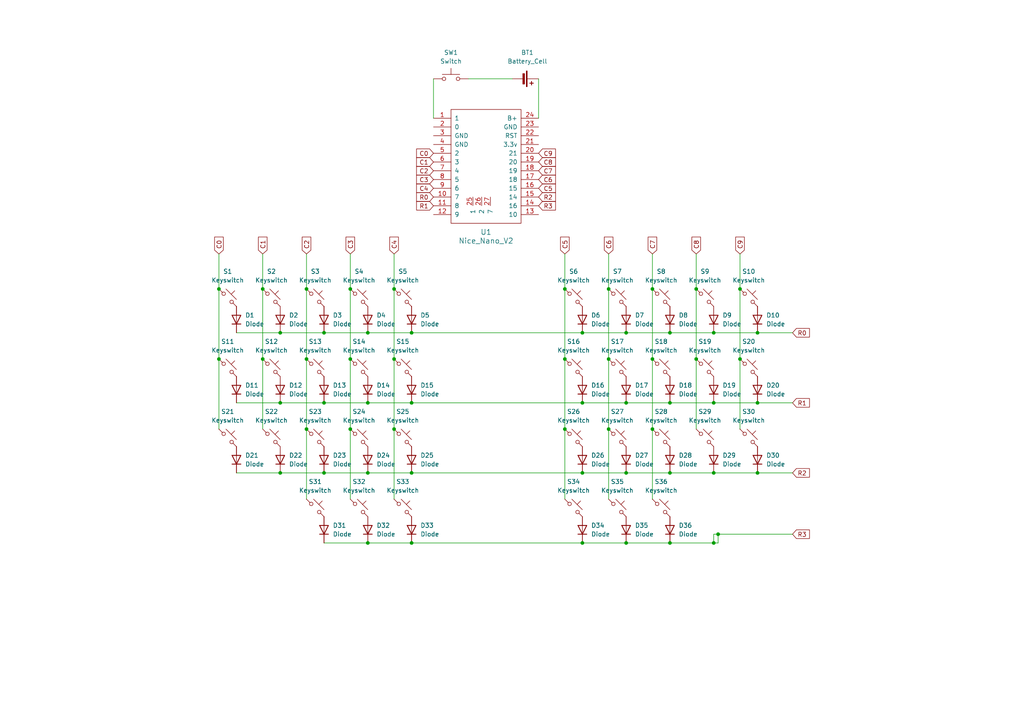
<source format=kicad_sch>
(kicad_sch (version 20250114) (generator "eeschema") (generator_version "9.0")
  (paper "A4")
  (lib_symbols
    (symbol "Device:Battery_Cell" (pin_numbers (hide yes)) (pin_names (offset 0) (hide yes))
      (property "Reference" "BT" (at 2.54 2.54 0))
      (property "Value" "Battery_Cell" (at 2.54 0 0))
      (symbol "Battery_Cell_0_1"
        (rectangle (start -2.286 1.778) (end 2.286 1.524) (fill (type outline)))
        (rectangle (start -1.524 1.016) (end 1.524 0.508) (fill (type outline)))
        (polyline (pts (xy 0 1.778) (xy 0 2.54)))
        (polyline (pts (xy 0 0.762) (xy 0 0)))
        (polyline (pts (xy 0.762 3.048) (xy 1.778 3.048)) (stroke (width 0.254)))
        (polyline (pts (xy 1.27 3.556) (xy 1.27 2.54)) (stroke (width 0.254)))
      )
      (symbol "Battery_Cell_1_1"
        (pin passive line (at 0 5.08 270) (length 2.54) (name "+") (number "1"))
        (pin passive line (at 0 -2.54 90) (length 2.54) (name "-") (number "2"))
      )
    )
    (symbol "ScottoKeebs:MCU_Nice_Nano_V2" (pin_names (offset 1.016))
      (property "Reference" "U" (at 0 0 0))
      (property "Value" "Nice_Nano_V2" (at 0 -19.05 0))
      (symbol "MCU_Nice_Nano_V2_0_1"
        (rectangle (start -10.16 16.51) (end 10.16 -16.51))
      )
      (symbol "MCU_Nice_Nano_V2_1_1"
        (pin input line (at -15.24 13.97 0) (length 5.08) (name "1") (number "1"))
        (pin input line (at -15.24 11.43 0) (length 5.08) (name "0") (number "2"))
        (pin input line (at -15.24 8.89 0) (length 5.08) (name "GND") (number "3"))
        (pin input line (at -15.24 6.35 0) (length 5.08) (name "GND") (number "4"))
        (pin input line (at -15.24 3.81 0) (length 5.08) (name "2") (number "5"))
        (pin input line (at -15.24 1.27 0) (length 5.08) (name "3") (number "6"))
        (pin input line (at -15.24 -1.27 0) (length 5.08) (name "4") (number "7"))
        (pin input line (at -15.24 -3.81 0) (length 5.08) (name "5") (number "8"))
        (pin input line (at -15.24 -6.35 0) (length 5.08) (name "6") (number "9"))
        (pin input line (at -15.24 -8.89 0) (length 5.08) (name "7") (number "10"))
        (pin input line (at -15.24 -11.43 0) (length 5.08) (name "8") (number "11"))
        (pin input line (at -15.24 -13.97 0) (length 5.08) (name "9") (number "12"))
        (pin input line (at -3.81 -8.89 270) (length 2.5) (name "1") (number "25"))
        (pin input line (at -1.27 -8.89 270) (length 2.5) (name "2") (number "26"))
        (pin input line (at 1.27 -8.89 270) (length 2.5) (name "7") (number "27"))
        (pin input line (at 15.24 13.97 180) (length 5.08) (name "B+") (number "24"))
        (pin input line (at 15.24 11.43 180) (length 5.08) (name "GND") (number "23"))
        (pin input line (at 15.24 8.89 180) (length 5.08) (name "RST") (number "22"))
        (pin input line (at 15.24 6.35 180) (length 5.08) (name "3.3v") (number "21"))
        (pin input line (at 15.24 3.81 180) (length 5.08) (name "21") (number "20"))
        (pin input line (at 15.24 1.27 180) (length 5.08) (name "20") (number "19"))
        (pin input line (at 15.24 -1.27 180) (length 5.08) (name "19") (number "18"))
        (pin input line (at 15.24 -3.81 180) (length 5.08) (name "18") (number "17"))
        (pin input line (at 15.24 -6.35 180) (length 5.08) (name "15") (number "16"))
        (pin input line (at 15.24 -8.89 180) (length 5.08) (name "14") (number "15"))
        (pin input line (at 15.24 -11.43 180) (length 5.08) (name "16") (number "14"))
        (pin input line (at 15.24 -13.97 180) (length 5.08) (name "10") (number "13"))
      )
    )
    (symbol "ScottoKeebs:Placeholder_Diode" (pin_numbers (hide yes)) (pin_names (hide yes))
      (property "Reference" "D" (at 0 2.54 0))
      (property "Value" "Diode" (at 0 -2.54 0))
      (symbol "Placeholder_Diode_0_1"
        (polyline (pts (xy -1.27 1.27) (xy -1.27 -1.27)) (stroke (width 0.254)))
        (polyline (pts (xy 1.27 1.27) (xy 1.27 -1.27) (xy -1.27 0) (xy 1.27 1.27)) (stroke (width 0.254)))
        (polyline (pts (xy 1.27 0) (xy -1.27 0)))
      )
      (symbol "Placeholder_Diode_1_1"
        (pin passive line (at -3.81 0 0) (length 2.54) (name "K") (number "1"))
        (pin passive line (at 3.81 0 180) (length 2.54) (name "A") (number "2"))
      )
    )
    (symbol "ScottoKeebs:Placeholder_Keyswitch" (pin_numbers (hide yes)) (pin_names (offset 1.016) (hide yes))
      (property "Reference" "S" (at 3.048 1.016 0))
      (property "Value" "Keyswitch" (at 0 -3.81 0))
      (symbol "Placeholder_Keyswitch_0_1"
        (polyline (pts (xy -2.54 2.54) (xy -1.524 1.524) (xy -1.524 1.524)))
        (circle (center -1.1684 1.1684) (radius 0.508))
        (polyline (pts (xy -0.508 2.54) (xy 2.54 -0.508)))
        (polyline (pts (xy 1.016 1.016) (xy 2.032 2.032)))
        (circle (center 1.143 -1.1938) (radius 0.508))
        (polyline (pts (xy 1.524 -1.524) (xy 2.54 -2.54) (xy 2.54 -2.54) (xy 2.54 -2.54)))
        (pin passive line (at -2.54 2.54 0) (length 0) (name "1") (number "1"))
        (pin passive line (at 2.54 -2.54 180) (length 0) (name "2") (number "2"))
      )
    )
    (symbol "ScottoKeebs:Placeholder_Switch" (pin_numbers (hide yes)) (pin_names (offset 1.016) (hide yes))
      (property "Reference" "SW" (at 1.27 2.54 0))
      (property "Value" "Switch" (at 0 -1.524 0))
      (symbol "Placeholder_Switch_0_1"
        (circle (center -2.032 0) (radius 0.508))
        (polyline (pts (xy 0 1.27) (xy 0 3.048)))
        (circle (center 2.032 0) (radius 0.508))
        (polyline (pts (xy 2.54 1.27) (xy -2.54 1.27)))
        (pin passive line (at -5.08 0 0) (length 2.54) (name "1") (number "1"))
        (pin passive line (at 5.08 0 180) (length 2.54) (name "2") (number "2"))
      )
    )
  )
  (junction (at 163.83 104.14))
  (junction (at 76.2 104.14))
  (junction (at 176.53 83.82))
  (junction (at 194.31 157.48))
  (junction (at 201.93 83.82))
  (junction (at 88.9 124.46))
  (junction (at 176.53 104.14))
  (junction (at 189.23 83.82))
  (junction (at 201.93 104.14))
  (junction (at 194.31 116.84))
  (junction (at 194.31 137.16))
  (junction (at 181.61 137.16))
  (junction (at 93.98 96.52))
  (junction (at 163.83 124.46))
  (junction (at 219.71 116.84))
  (junction (at 214.63 104.14))
  (junction (at 106.68 157.48))
  (junction (at 81.28 137.16))
  (junction (at 101.6 124.46))
  (junction (at 194.31 96.52))
  (junction (at 88.9 104.14))
  (junction (at 207.01 137.16))
  (junction (at 189.23 104.14))
  (junction (at 101.6 104.14))
  (junction (at 106.68 116.84))
  (junction (at 181.61 116.84))
  (junction (at 168.91 157.48))
  (junction (at 119.38 116.84))
  (junction (at 214.63 83.82))
  (junction (at 189.23 124.46))
  (junction (at 106.68 137.16))
  (junction (at 176.53 124.46))
  (junction (at 63.5 104.14))
  (junction (at 208.28 154.94))
  (junction (at 207.01 116.84))
  (junction (at 114.3 104.14))
  (junction (at 119.38 96.52))
  (junction (at 76.2 83.82))
  (junction (at 81.28 96.52))
  (junction (at 81.28 116.84))
  (junction (at 207.01 157.48))
  (junction (at 93.98 137.16))
  (junction (at 168.91 116.84))
  (junction (at 101.6 83.82))
  (junction (at 63.5 83.82))
  (junction (at 106.68 96.52))
  (junction (at 181.61 96.52))
  (junction (at 181.61 157.48))
  (junction (at 219.71 96.52))
  (junction (at 168.91 96.52))
  (junction (at 219.71 137.16))
  (junction (at 168.91 137.16))
  (junction (at 207.01 96.52))
  (junction (at 93.98 116.84))
  (junction (at 88.9 83.82))
  (junction (at 163.83 83.82))
  (junction (at 119.38 137.16))
  (junction (at 114.3 124.46))
  (junction (at 114.3 83.82))
  (junction (at 119.38 157.48))
  (wire (pts (xy 68.58 137.16) (xy 81.28 137.16)))
  (wire (pts (xy 194.31 96.52) (xy 207.01 96.52)))
  (wire (pts (xy 201.93 73.66) (xy 201.93 83.82)))
  (wire (pts (xy 125.73 22.86) (xy 125.73 34.29)))
  (wire (pts (xy 81.28 96.52) (xy 93.98 96.52)))
  (wire (pts (xy 68.58 96.52) (xy 81.28 96.52)))
  (wire (pts (xy 114.3 104.14) (xy 114.3 124.46)))
  (wire (pts (xy 229.87 154.94) (xy 208.28 154.94)))
  (wire (pts (xy 93.98 157.48) (xy 106.68 157.48)))
  (wire (pts (xy 168.91 157.48) (xy 181.61 157.48)))
  (wire (pts (xy 63.5 73.66) (xy 63.5 83.82)))
  (wire (pts (xy 189.23 83.82) (xy 189.23 104.14)))
  (wire (pts (xy 208.28 154.94) (xy 207.01 154.94)))
  (wire (pts (xy 119.38 96.52) (xy 168.91 96.52)))
  (wire (pts (xy 101.6 124.46) (xy 101.6 144.78)))
  (wire (pts (xy 76.2 104.14) (xy 76.2 124.46)))
  (wire (pts (xy 229.87 96.52) (xy 219.71 96.52)))
  (wire (pts (xy 88.9 73.66) (xy 88.9 83.82)))
  (wire (pts (xy 114.3 83.82) (xy 114.3 104.14)))
  (wire (pts (xy 168.91 96.52) (xy 181.61 96.52)))
  (wire (pts (xy 189.23 124.46) (xy 189.23 144.78)))
  (wire (pts (xy 176.53 83.82) (xy 176.53 104.14)))
  (wire (pts (xy 168.91 116.84) (xy 181.61 116.84)))
  (wire (pts (xy 214.63 83.82) (xy 214.63 104.14)))
  (wire (pts (xy 101.6 83.82) (xy 101.6 104.14)))
  (wire (pts (xy 93.98 116.84) (xy 106.68 116.84)))
  (wire (pts (xy 106.68 116.84) (xy 119.38 116.84)))
  (wire (pts (xy 106.68 96.52) (xy 119.38 96.52)))
  (wire (pts (xy 163.83 104.14) (xy 163.83 124.46)))
  (wire (pts (xy 93.98 137.16) (xy 106.68 137.16)))
  (wire (pts (xy 207.01 116.84) (xy 219.71 116.84)))
  (wire (pts (xy 189.23 104.14) (xy 189.23 124.46)))
  (wire (pts (xy 114.3 124.46) (xy 114.3 144.78)))
  (wire (pts (xy 189.23 73.66) (xy 189.23 83.82)))
  (wire (pts (xy 101.6 104.14) (xy 101.6 124.46)))
  (wire (pts (xy 119.38 116.84) (xy 168.91 116.84)))
  (wire (pts (xy 76.2 73.66) (xy 76.2 83.82)))
  (wire (pts (xy 194.31 157.48) (xy 181.61 157.48)))
  (wire (pts (xy 208.28 154.94) (xy 208.28 157.48)))
  (wire (pts (xy 207.01 157.48) (xy 194.31 157.48)))
  (wire (pts (xy 194.31 116.84) (xy 207.01 116.84)))
  (wire (pts (xy 68.58 116.84) (xy 81.28 116.84)))
  (wire (pts (xy 81.28 116.84) (xy 93.98 116.84)))
  (wire (pts (xy 207.01 96.52) (xy 219.71 96.52)))
  (wire (pts (xy 229.87 137.16) (xy 219.71 137.16)))
  (wire (pts (xy 208.28 157.48) (xy 207.01 157.48)))
  (wire (pts (xy 163.83 124.46) (xy 163.83 144.78)))
  (wire (pts (xy 119.38 137.16) (xy 168.91 137.16)))
  (wire (pts (xy 194.31 137.16) (xy 207.01 137.16)))
  (wire (pts (xy 63.5 104.14) (xy 63.5 124.46)))
  (wire (pts (xy 119.38 157.48) (xy 168.91 157.48)))
  (wire (pts (xy 114.3 73.66) (xy 114.3 83.82)))
  (wire (pts (xy 63.5 83.82) (xy 63.5 104.14)))
  (wire (pts (xy 176.53 104.14) (xy 176.53 124.46)))
  (wire (pts (xy 207.01 154.94) (xy 207.01 157.48)))
  (wire (pts (xy 214.63 73.66) (xy 214.63 83.82)))
  (wire (pts (xy 156.21 22.86) (xy 156.21 34.29)))
  (wire (pts (xy 81.28 137.16) (xy 93.98 137.16)))
  (wire (pts (xy 88.9 83.82) (xy 88.9 104.14)))
  (wire (pts (xy 181.61 96.52) (xy 194.31 96.52)))
  (wire (pts (xy 214.63 104.14) (xy 214.63 124.46)))
  (wire (pts (xy 176.53 124.46) (xy 176.53 144.78)))
  (wire (pts (xy 181.61 116.84) (xy 194.31 116.84)))
  (wire (pts (xy 207.01 137.16) (xy 219.71 137.16)))
  (wire (pts (xy 88.9 124.46) (xy 88.9 144.78)))
  (wire (pts (xy 201.93 83.82) (xy 201.93 104.14)))
  (wire (pts (xy 101.6 73.66) (xy 101.6 83.82)))
  (wire (pts (xy 229.87 116.84) (xy 219.71 116.84)))
  (wire (pts (xy 76.2 83.82) (xy 76.2 104.14)))
  (wire (pts (xy 88.9 104.14) (xy 88.9 124.46)))
  (wire (pts (xy 93.98 96.52) (xy 106.68 96.52)))
  (wire (pts (xy 106.68 137.16) (xy 119.38 137.16)))
  (wire (pts (xy 201.93 104.14) (xy 201.93 124.46)))
  (wire (pts (xy 181.61 137.16) (xy 194.31 137.16)))
  (wire (pts (xy 168.91 137.16) (xy 181.61 137.16)))
  (wire (pts (xy 135.89 22.86) (xy 148.59 22.86)))
  (wire (pts (xy 106.68 157.48) (xy 119.38 157.48)))
  (wire (pts (xy 163.83 83.82) (xy 163.83 104.14)))
  (wire (pts (xy 176.53 73.66) (xy 176.53 83.82)))
  (wire (pts (xy 163.83 73.66) (xy 163.83 83.82)))
  (global_label "R0" (shape input) (at 125.73 57.15 180) (property "Intersheetrefs" "${INTERSHEET_REFS}" (effects (hide yes))))
  (global_label "C7" (shape input) (at 156.21 49.53 0) (property "Intersheetrefs" "${INTERSHEET_REFS}" (effects (hide yes))))
  (global_label "C9" (shape input) (at 156.21 44.45 0) (property "Intersheetrefs" "${INTERSHEET_REFS}" (effects (hide yes))))
  (global_label "C2" (shape input) (at 88.9 73.66 90) (property "Intersheetrefs" "${INTERSHEET_REFS}" (effects (hide yes))))
  (global_label "C6" (shape input) (at 156.21 52.07 0) (property "Intersheetrefs" "${INTERSHEET_REFS}" (effects (hide yes))))
  (global_label "C8" (shape input) (at 201.93 73.66 90) (property "Intersheetrefs" "${INTERSHEET_REFS}" (effects (hide yes))))
  (global_label "C3" (shape input) (at 125.73 52.07 180) (property "Intersheetrefs" "${INTERSHEET_REFS}" (effects (hide yes))))
  (global_label "C4" (shape input) (at 114.3 73.66 90) (property "Intersheetrefs" "${INTERSHEET_REFS}" (effects (hide yes))))
  (global_label "C0" (shape input) (at 125.73 44.45 180) (property "Intersheetrefs" "${INTERSHEET_REFS}" (effects (hide yes))))
  (global_label "C0" (shape input) (at 63.5 73.66 90) (property "Intersheetrefs" "${INTERSHEET_REFS}" (effects (hide yes))))
  (global_label "C9" (shape input) (at 214.63 73.66 90) (property "Intersheetrefs" "${INTERSHEET_REFS}" (effects (hide yes))))
  (global_label "R2" (shape input) (at 229.87 137.16 0) (property "Intersheetrefs" "${INTERSHEET_REFS}" (effects (hide yes))))
  (global_label "R0" (shape input) (at 229.87 96.52 0) (property "Intersheetrefs" "${INTERSHEET_REFS}" (effects (hide yes))))
  (global_label "C2" (shape input) (at 125.73 49.53 180) (property "Intersheetrefs" "${INTERSHEET_REFS}" (effects (hide yes))))
  (global_label "C6" (shape input) (at 176.53 73.66 90) (property "Intersheetrefs" "${INTERSHEET_REFS}" (effects (hide yes))))
  (global_label "R3" (shape input) (at 229.87 154.94 0) (property "Intersheetrefs" "${INTERSHEET_REFS}" (effects (hide yes))))
  (global_label "C1" (shape input) (at 125.73 46.99 180) (property "Intersheetrefs" "${INTERSHEET_REFS}" (effects (hide yes))))
  (global_label "C5" (shape input) (at 163.83 73.66 90) (property "Intersheetrefs" "${INTERSHEET_REFS}" (effects (hide yes))))
  (global_label "C8" (shape input) (at 156.21 46.99 0) (property "Intersheetrefs" "${INTERSHEET_REFS}" (effects (hide yes))))
  (global_label "R3" (shape input) (at 156.21 59.69 0) (property "Intersheetrefs" "${INTERSHEET_REFS}" (effects (hide yes))))
  (global_label "R1" (shape input) (at 229.87 116.84 0) (property "Intersheetrefs" "${INTERSHEET_REFS}" (effects (hide yes))))
  (global_label "C1" (shape input) (at 76.2 73.66 90) (property "Intersheetrefs" "${INTERSHEET_REFS}" (effects (hide yes))))
  (global_label "R1" (shape input) (at 125.73 59.69 180) (property "Intersheetrefs" "${INTERSHEET_REFS}" (effects (hide yes))))
  (global_label "R2" (shape input) (at 156.21 57.15 0) (property "Intersheetrefs" "${INTERSHEET_REFS}" (effects (hide yes))))
  (global_label "C5" (shape input) (at 156.21 54.61 0) (property "Intersheetrefs" "${INTERSHEET_REFS}" (effects (hide yes))))
  (global_label "C3" (shape input) (at 101.6 73.66 90) (property "Intersheetrefs" "${INTERSHEET_REFS}" (effects (hide yes))))
  (global_label "C4" (shape input) (at 125.73 54.61 180) (property "Intersheetrefs" "${INTERSHEET_REFS}" (effects (hide yes))))
  (global_label "C7" (shape input) (at 189.23 73.66 90) (property "Intersheetrefs" "${INTERSHEET_REFS}" (effects (hide yes))))
  (symbol (lib_id "ScottoKeebs:Placeholder_Diode") (at 194.31 113.03 90) (unit 1)
    (property "Reference" "D18" (at 196.85 111.7599 90) (effects (justify right)))
    (property "Value" "Diode" (at 196.85 114.2999 90) (effects (justify right)))
    (property "Footprint" "ScottoKeebs_Components:Diode_DO-35" (effects (hide yes)))
    (property "Description" "1N4148 (DO-35) or 1N4148W (SOD-123)" (effects (hide yes)))
    (property "Sim.Device" "D" (effects (hide yes)))
    (property "Sim.Pins" "1=K 2=A" (effects (hide yes)))
  )
  (symbol (lib_id "ScottoKeebs:Placeholder_Keyswitch") (at 104.14 147.32 0) (unit 1)
    (property "Reference" "S32" (at 104.14 139.7 0))
    (property "Value" "Keyswitch" (at 104.14 142.24 0))
    (property "Footprint" "ScottoKeebs_Hotswap:Hotswap_MX_1.00u" (effects (hide yes)))
    (property "Description" "Push button switch, normally open, two pins, 45° tilted" (effects (hide yes)))
  )
  (symbol (lib_id "ScottoKeebs:Placeholder_Keyswitch") (at 78.74 86.36 0) (unit 1)
    (property "Reference" "S2" (at 78.74 78.74 0))
    (property "Value" "Keyswitch" (at 78.74 81.28 0))
    (property "Footprint" "ScottoKeebs_Hotswap:Hotswap_MX_1.00u" (effects (hide yes)))
    (property "Description" "Push button switch, normally open, two pins, 45° tilted" (effects (hide yes)))
  )
  (symbol (lib_id "ScottoKeebs:Placeholder_Keyswitch") (at 179.07 86.36 0) (unit 1)
    (property "Reference" "S7" (at 179.07 78.74 0))
    (property "Value" "Keyswitch" (at 179.07 81.28 0))
    (property "Footprint" "ScottoKeebs_Hotswap:Hotswap_MX_1.00u" (effects (hide yes)))
    (property "Description" "Push button switch, normally open, two pins, 45° tilted" (effects (hide yes)))
  )
  (symbol (lib_id "ScottoKeebs:Placeholder_Diode") (at 219.71 92.71 90) (unit 1)
    (property "Reference" "D10" (at 222.25 91.4399 90) (effects (justify right)))
    (property "Value" "Diode" (at 222.25 93.9799 90) (effects (justify right)))
    (property "Footprint" "ScottoKeebs_Components:Diode_DO-35" (effects (hide yes)))
    (property "Description" "1N4148 (DO-35) or 1N4148W (SOD-123)" (effects (hide yes)))
    (property "Sim.Device" "D" (effects (hide yes)))
    (property "Sim.Pins" "1=K 2=A" (effects (hide yes)))
  )
  (symbol (lib_id "ScottoKeebs:Placeholder_Diode") (at 207.01 133.35 90) (unit 1)
    (property "Reference" "D29" (at 209.55 132.0799 90) (effects (justify right)))
    (property "Value" "Diode" (at 209.55 134.6199 90) (effects (justify right)))
    (property "Footprint" "ScottoKeebs_Components:Diode_DO-35" (effects (hide yes)))
    (property "Description" "1N4148 (DO-35) or 1N4148W (SOD-123)" (effects (hide yes)))
    (property "Sim.Device" "D" (effects (hide yes)))
    (property "Sim.Pins" "1=K 2=A" (effects (hide yes)))
  )
  (symbol (lib_id "ScottoKeebs:Placeholder_Diode") (at 194.31 153.67 90) (unit 1)
    (property "Reference" "D36" (at 196.85 152.3999 90) (effects (justify right)))
    (property "Value" "Diode" (at 196.85 154.9399 90) (effects (justify right)))
    (property "Footprint" "ScottoKeebs_Components:Diode_DO-35" (effects (hide yes)))
    (property "Description" "1N4148 (DO-35) or 1N4148W (SOD-123)" (effects (hide yes)))
    (property "Sim.Device" "D" (effects (hide yes)))
    (property "Sim.Pins" "1=K 2=A" (effects (hide yes)))
  )
  (symbol (lib_id "ScottoKeebs:Placeholder_Diode") (at 106.68 113.03 90) (unit 1)
    (property "Reference" "D14" (at 109.22 111.7599 90) (effects (justify right)))
    (property "Value" "Diode" (at 109.22 114.2999 90) (effects (justify right)))
    (property "Footprint" "ScottoKeebs_Components:Diode_DO-35" (effects (hide yes)))
    (property "Description" "1N4148 (DO-35) or 1N4148W (SOD-123)" (effects (hide yes)))
    (property "Sim.Device" "D" (effects (hide yes)))
    (property "Sim.Pins" "1=K 2=A" (effects (hide yes)))
  )
  (symbol (lib_id "ScottoKeebs:Placeholder_Diode") (at 181.61 133.35 90) (unit 1)
    (property "Reference" "D27" (at 184.15 132.0799 90) (effects (justify right)))
    (property "Value" "Diode" (at 184.15 134.6199 90) (effects (justify right)))
    (property "Footprint" "ScottoKeebs_Components:Diode_DO-35" (effects (hide yes)))
    (property "Description" "1N4148 (DO-35) or 1N4148W (SOD-123)" (effects (hide yes)))
    (property "Sim.Device" "D" (effects (hide yes)))
    (property "Sim.Pins" "1=K 2=A" (effects (hide yes)))
  )
  (symbol (lib_id "ScottoKeebs:Placeholder_Diode") (at 207.01 113.03 90) (unit 1)
    (property "Reference" "D19" (at 209.55 111.7599 90) (effects (justify right)))
    (property "Value" "Diode" (at 209.55 114.2999 90) (effects (justify right)))
    (property "Footprint" "ScottoKeebs_Components:Diode_DO-35" (effects (hide yes)))
    (property "Description" "1N4148 (DO-35) or 1N4148W (SOD-123)" (effects (hide yes)))
    (property "Sim.Device" "D" (effects (hide yes)))
    (property "Sim.Pins" "1=K 2=A" (effects (hide yes)))
  )
  (symbol (lib_id "ScottoKeebs:Placeholder_Diode") (at 119.38 153.67 90) (unit 1)
    (property "Reference" "D33" (at 121.92 152.3999 90) (effects (justify right)))
    (property "Value" "Diode" (at 121.92 154.9399 90) (effects (justify right)))
    (property "Footprint" "ScottoKeebs_Components:Diode_DO-35" (effects (hide yes)))
    (property "Description" "1N4148 (DO-35) or 1N4148W (SOD-123)" (effects (hide yes)))
    (property "Sim.Device" "D" (effects (hide yes)))
    (property "Sim.Pins" "1=K 2=A" (effects (hide yes)))
  )
  (symbol (lib_id "ScottoKeebs:Placeholder_Keyswitch") (at 191.77 147.32 0) (unit 1)
    (property "Reference" "S36" (at 191.77 139.7 0))
    (property "Value" "Keyswitch" (at 191.77 142.24 0))
    (property "Footprint" "ScottoKeebs_Hotswap:Hotswap_MX_1.00u" (effects (hide yes)))
    (property "Description" "Push button switch, normally open, two pins, 45° tilted" (effects (hide yes)))
  )
  (symbol (lib_id "ScottoKeebs:Placeholder_Diode") (at 106.68 133.35 90) (unit 1)
    (property "Reference" "D24" (at 109.22 132.0799 90) (effects (justify right)))
    (property "Value" "Diode" (at 109.22 134.6199 90) (effects (justify right)))
    (property "Footprint" "ScottoKeebs_Components:Diode_DO-35" (effects (hide yes)))
    (property "Description" "1N4148 (DO-35) or 1N4148W (SOD-123)" (effects (hide yes)))
    (property "Sim.Device" "D" (effects (hide yes)))
    (property "Sim.Pins" "1=K 2=A" (effects (hide yes)))
  )
  (symbol (lib_id "ScottoKeebs:Placeholder_Keyswitch") (at 179.07 106.68 0) (unit 1)
    (property "Reference" "S17" (at 179.07 99.06 0))
    (property "Value" "Keyswitch" (at 179.07 101.6 0))
    (property "Footprint" "ScottoKeebs_Hotswap:Hotswap_MX_1.00u" (effects (hide yes)))
    (property "Description" "Push button switch, normally open, two pins, 45° tilted" (effects (hide yes)))
  )
  (symbol (lib_id "ScottoKeebs:Placeholder_Keyswitch") (at 116.84 106.68 0) (unit 1)
    (property "Reference" "S15" (at 116.84 99.06 0))
    (property "Value" "Keyswitch" (at 116.84 101.6 0))
    (property "Footprint" "ScottoKeebs_Hotswap:Hotswap_MX_1.00u" (effects (hide yes)))
    (property "Description" "Push button switch, normally open, two pins, 45° tilted" (effects (hide yes)))
  )
  (symbol (lib_id "ScottoKeebs:Placeholder_Diode") (at 119.38 113.03 90) (unit 1)
    (property "Reference" "D15" (at 121.92 111.7599 90) (effects (justify right)))
    (property "Value" "Diode" (at 121.92 114.2999 90) (effects (justify right)))
    (property "Footprint" "ScottoKeebs_Components:Diode_DO-35" (effects (hide yes)))
    (property "Description" "1N4148 (DO-35) or 1N4148W (SOD-123)" (effects (hide yes)))
    (property "Sim.Device" "D" (effects (hide yes)))
    (property "Sim.Pins" "1=K 2=A" (effects (hide yes)))
  )
  (symbol (lib_id "ScottoKeebs:MCU_Nice_Nano_V2") (at 140.97 48.26 0) (unit 1)
    (property "Reference" "U1" (at 140.97 67.31 0) (effects (font (size 1.524 1.524))))
    (property "Value" "Nice_Nano_V2" (at 140.97 69.85 0) (effects (font (size 1.524 1.524))))
    (property "Footprint" "ScottoKeebs_MCU:Nice_Nano_V2" (effects (hide yes)))
  )
  (symbol (lib_id "ScottoKeebs:Placeholder_Keyswitch") (at 91.44 106.68 0) (unit 1)
    (property "Reference" "S13" (at 91.44 99.06 0))
    (property "Value" "Keyswitch" (at 91.44 101.6 0))
    (property "Footprint" "ScottoKeebs_Hotswap:Hotswap_MX_1.00u" (effects (hide yes)))
    (property "Description" "Push button switch, normally open, two pins, 45° tilted" (effects (hide yes)))
  )
  (symbol (lib_id "ScottoKeebs:Placeholder_Diode") (at 93.98 153.67 90) (unit 1)
    (property "Reference" "D31" (at 96.52 152.3999 90) (effects (justify right)))
    (property "Value" "Diode" (at 96.52 154.9399 90) (effects (justify right)))
    (property "Footprint" "ScottoKeebs_Components:Diode_DO-35" (effects (hide yes)))
    (property "Description" "1N4148 (DO-35) or 1N4148W (SOD-123)" (effects (hide yes)))
    (property "Sim.Device" "D" (effects (hide yes)))
    (property "Sim.Pins" "1=K 2=A" (effects (hide yes)))
  )
  (symbol (lib_id "ScottoKeebs:Placeholder_Diode") (at 119.38 133.35 90) (unit 1)
    (property "Reference" "D25" (at 121.92 132.0799 90) (effects (justify right)))
    (property "Value" "Diode" (at 121.92 134.6199 90) (effects (justify right)))
    (property "Footprint" "ScottoKeebs_Components:Diode_DO-35" (effects (hide yes)))
    (property "Description" "1N4148 (DO-35) or 1N4148W (SOD-123)" (effects (hide yes)))
    (property "Sim.Device" "D" (effects (hide yes)))
    (property "Sim.Pins" "1=K 2=A" (effects (hide yes)))
  )
  (symbol (lib_id "ScottoKeebs:Placeholder_Diode") (at 119.38 92.71 90) (unit 1)
    (property "Reference" "D5" (at 121.92 91.4399 90) (effects (justify right)))
    (property "Value" "Diode" (at 121.92 93.9799 90) (effects (justify right)))
    (property "Footprint" "ScottoKeebs_Components:Diode_DO-35" (effects (hide yes)))
    (property "Description" "1N4148 (DO-35) or 1N4148W (SOD-123)" (effects (hide yes)))
    (property "Sim.Device" "D" (effects (hide yes)))
    (property "Sim.Pins" "1=K 2=A" (effects (hide yes)))
  )
  (symbol (lib_id "ScottoKeebs:Placeholder_Diode") (at 81.28 92.71 90) (unit 1)
    (property "Reference" "D2" (at 83.82 91.4399 90) (effects (justify right)))
    (property "Value" "Diode" (at 83.82 93.9799 90) (effects (justify right)))
    (property "Footprint" "ScottoKeebs_Components:Diode_DO-35" (effects (hide yes)))
    (property "Description" "1N4148 (DO-35) or 1N4148W (SOD-123)" (effects (hide yes)))
    (property "Sim.Device" "D" (effects (hide yes)))
    (property "Sim.Pins" "1=K 2=A" (effects (hide yes)))
  )
  (symbol (lib_id "ScottoKeebs:Placeholder_Keyswitch") (at 179.07 147.32 0) (unit 1)
    (property "Reference" "S35" (at 179.07 139.7 0))
    (property "Value" "Keyswitch" (at 179.07 142.24 0))
    (property "Footprint" "ScottoKeebs_Hotswap:Hotswap_MX_1.00u" (effects (hide yes)))
    (property "Description" "Push button switch, normally open, two pins, 45° tilted" (effects (hide yes)))
  )
  (symbol (lib_id "ScottoKeebs:Placeholder_Keyswitch") (at 217.17 86.36 0) (unit 1)
    (property "Reference" "S10" (at 217.17 78.74 0))
    (property "Value" "Keyswitch" (at 217.17 81.28 0))
    (property "Footprint" "ScottoKeebs_Hotswap:Hotswap_MX_1.00u" (effects (hide yes)))
    (property "Description" "Push button switch, normally open, two pins, 45° tilted" (effects (hide yes)))
  )
  (symbol (lib_id "ScottoKeebs:Placeholder_Keyswitch") (at 204.47 106.68 0) (unit 1)
    (property "Reference" "S19" (at 204.47 99.06 0))
    (property "Value" "Keyswitch" (at 204.47 101.6 0))
    (property "Footprint" "ScottoKeebs_Hotswap:Hotswap_MX_1.00u" (effects (hide yes)))
    (property "Description" "Push button switch, normally open, two pins, 45° tilted" (effects (hide yes)))
  )
  (symbol (lib_id "ScottoKeebs:Placeholder_Diode") (at 68.58 113.03 90) (unit 1)
    (property "Reference" "D11" (at 71.12 111.7599 90) (effects (justify right)))
    (property "Value" "Diode" (at 71.12 114.2999 90) (effects (justify right)))
    (property "Footprint" "ScottoKeebs_Components:Diode_DO-35" (effects (hide yes)))
    (property "Description" "1N4148 (DO-35) or 1N4148W (SOD-123)" (effects (hide yes)))
    (property "Sim.Device" "D" (effects (hide yes)))
    (property "Sim.Pins" "1=K 2=A" (effects (hide yes)))
  )
  (symbol (lib_id "ScottoKeebs:Placeholder_Diode") (at 181.61 153.67 90) (unit 1)
    (property "Reference" "D35" (at 184.15 152.3999 90) (effects (justify right)))
    (property "Value" "Diode" (at 184.15 154.9399 90) (effects (justify right)))
    (property "Footprint" "ScottoKeebs_Components:Diode_DO-35" (effects (hide yes)))
    (property "Description" "1N4148 (DO-35) or 1N4148W (SOD-123)" (effects (hide yes)))
    (property "Sim.Device" "D" (effects (hide yes)))
    (property "Sim.Pins" "1=K 2=A" (effects (hide yes)))
  )
  (symbol (lib_id "ScottoKeebs:Placeholder_Switch") (at 130.81 22.86 0) (unit 1)
    (property "Reference" "SW1" (at 130.81 15.24 0))
    (property "Value" "Switch" (at 130.81 17.78 0))
    (property "Footprint" "Button_Switch_THT:1test slide switch" (effects (hide yes)))
    (property "Description" "Push button switch, generic, two pins" (effects (hide yes)))
  )
  (symbol (lib_id "ScottoKeebs:Placeholder_Diode") (at 93.98 92.71 90) (unit 1)
    (property "Reference" "D3" (at 96.52 91.4399 90) (effects (justify right)))
    (property "Value" "Diode" (at 96.52 93.9799 90) (effects (justify right)))
    (property "Footprint" "ScottoKeebs_Components:Diode_DO-35" (effects (hide yes)))
    (property "Description" "1N4148 (DO-35) or 1N4148W (SOD-123)" (effects (hide yes)))
    (property "Sim.Device" "D" (effects (hide yes)))
    (property "Sim.Pins" "1=K 2=A" (effects (hide yes)))
  )
  (symbol (lib_id "ScottoKeebs:Placeholder_Keyswitch") (at 91.44 127 0) (unit 1)
    (property "Reference" "S23" (at 91.44 119.38 0))
    (property "Value" "Keyswitch" (at 91.44 121.92 0))
    (property "Footprint" "ScottoKeebs_Hotswap:Hotswap_MX_1.00u" (effects (hide yes)))
    (property "Description" "Push button switch, normally open, two pins, 45° tilted" (effects (hide yes)))
  )
  (symbol (lib_id "ScottoKeebs:Placeholder_Diode") (at 81.28 113.03 90) (unit 1)
    (property "Reference" "D12" (at 83.82 111.7599 90) (effects (justify right)))
    (property "Value" "Diode" (at 83.82 114.2999 90) (effects (justify right)))
    (property "Footprint" "ScottoKeebs_Components:Diode_DO-35" (effects (hide yes)))
    (property "Description" "1N4148 (DO-35) or 1N4148W (SOD-123)" (effects (hide yes)))
    (property "Sim.Device" "D" (effects (hide yes)))
    (property "Sim.Pins" "1=K 2=A" (effects (hide yes)))
  )
  (symbol (lib_id "ScottoKeebs:Placeholder_Keyswitch") (at 116.84 127 0) (unit 1)
    (property "Reference" "S25" (at 116.84 119.38 0))
    (property "Value" "Keyswitch" (at 116.84 121.92 0))
    (property "Footprint" "ScottoKeebs_Hotswap:Hotswap_MX_1.00u" (effects (hide yes)))
    (property "Description" "Push button switch, normally open, two pins, 45° tilted" (effects (hide yes)))
  )
  (symbol (lib_id "ScottoKeebs:Placeholder_Keyswitch") (at 91.44 147.32 0) (unit 1)
    (property "Reference" "S31" (at 91.44 139.7 0))
    (property "Value" "Keyswitch" (at 91.44 142.24 0))
    (property "Footprint" "ScottoKeebs_Hotswap:Hotswap_MX_1.00u" (effects (hide yes)))
    (property "Description" "Push button switch, normally open, two pins, 45° tilted" (effects (hide yes)))
  )
  (symbol (lib_id "ScottoKeebs:Placeholder_Diode") (at 168.91 92.71 90) (unit 1)
    (property "Reference" "D6" (at 171.45 91.4399 90) (effects (justify right)))
    (property "Value" "Diode" (at 171.45 93.9799 90) (effects (justify right)))
    (property "Footprint" "ScottoKeebs_Components:Diode_DO-35" (effects (hide yes)))
    (property "Description" "1N4148 (DO-35) or 1N4148W (SOD-123)" (effects (hide yes)))
    (property "Sim.Device" "D" (effects (hide yes)))
    (property "Sim.Pins" "1=K 2=A" (effects (hide yes)))
  )
  (symbol (lib_id "ScottoKeebs:Placeholder_Keyswitch") (at 204.47 127 0) (unit 1)
    (property "Reference" "S29" (at 204.47 119.38 0))
    (property "Value" "Keyswitch" (at 204.47 121.92 0))
    (property "Footprint" "ScottoKeebs_Hotswap:Hotswap_MX_1.00u" (effects (hide yes)))
    (property "Description" "Push button switch, normally open, two pins, 45° tilted" (effects (hide yes)))
  )
  (symbol (lib_id "ScottoKeebs:Placeholder_Diode") (at 168.91 153.67 90) (unit 1)
    (property "Reference" "D34" (at 171.45 152.3999 90) (effects (justify right)))
    (property "Value" "Diode" (at 171.45 154.9399 90) (effects (justify right)))
    (property "Footprint" "ScottoKeebs_Components:Diode_DO-35" (effects (hide yes)))
    (property "Description" "1N4148 (DO-35) or 1N4148W (SOD-123)" (effects (hide yes)))
    (property "Sim.Device" "D" (effects (hide yes)))
    (property "Sim.Pins" "1=K 2=A" (effects (hide yes)))
  )
  (symbol (lib_id "ScottoKeebs:Placeholder_Keyswitch") (at 78.74 127 0) (unit 1)
    (property "Reference" "S22" (at 78.74 119.38 0))
    (property "Value" "Keyswitch" (at 78.74 121.92 0))
    (property "Footprint" "ScottoKeebs_Hotswap:Hotswap_MX_1.00u" (effects (hide yes)))
    (property "Description" "Push button switch, normally open, two pins, 45° tilted" (effects (hide yes)))
  )
  (symbol (lib_id "ScottoKeebs:Placeholder_Keyswitch") (at 191.77 86.36 0) (unit 1)
    (property "Reference" "S8" (at 191.77 78.74 0))
    (property "Value" "Keyswitch" (at 191.77 81.28 0))
    (property "Footprint" "ScottoKeebs_Hotswap:Hotswap_MX_1.00u" (effects (hide yes)))
    (property "Description" "Push button switch, normally open, two pins, 45° tilted" (effects (hide yes)))
  )
  (symbol (lib_id "ScottoKeebs:Placeholder_Keyswitch") (at 104.14 86.36 0) (unit 1)
    (property "Reference" "S4" (at 104.14 78.74 0))
    (property "Value" "Keyswitch" (at 104.14 81.28 0))
    (property "Footprint" "ScottoKeebs_Hotswap:Hotswap_MX_1.00u" (effects (hide yes)))
    (property "Description" "Push button switch, normally open, two pins, 45° tilted" (effects (hide yes)))
  )
  (symbol (lib_id "ScottoKeebs:Placeholder_Keyswitch") (at 217.17 106.68 0) (unit 1)
    (property "Reference" "S20" (at 217.17 99.06 0))
    (property "Value" "Keyswitch" (at 217.17 101.6 0))
    (property "Footprint" "ScottoKeebs_Hotswap:Hotswap_MX_1.00u" (effects (hide yes)))
    (property "Description" "Push button switch, normally open, two pins, 45° tilted" (effects (hide yes)))
  )
  (symbol (lib_id "ScottoKeebs:Placeholder_Diode") (at 106.68 92.71 90) (unit 1)
    (property "Reference" "D4" (at 109.22 91.4399 90) (effects (justify right)))
    (property "Value" "Diode" (at 109.22 93.9799 90) (effects (justify right)))
    (property "Footprint" "ScottoKeebs_Components:Diode_DO-35" (effects (hide yes)))
    (property "Description" "1N4148 (DO-35) or 1N4148W (SOD-123)" (effects (hide yes)))
    (property "Sim.Device" "D" (effects (hide yes)))
    (property "Sim.Pins" "1=K 2=A" (effects (hide yes)))
  )
  (symbol (lib_id "ScottoKeebs:Placeholder_Keyswitch") (at 204.47 86.36 0) (unit 1)
    (property "Reference" "S9" (at 204.47 78.74 0))
    (property "Value" "Keyswitch" (at 204.47 81.28 0))
    (property "Footprint" "ScottoKeebs_Hotswap:Hotswap_MX_1.00u" (effects (hide yes)))
    (property "Description" "Push button switch, normally open, two pins, 45° tilted" (effects (hide yes)))
  )
  (symbol (lib_id "ScottoKeebs:Placeholder_Keyswitch") (at 104.14 106.68 0) (unit 1)
    (property "Reference" "S14" (at 104.14 99.06 0))
    (property "Value" "Keyswitch" (at 104.14 101.6 0))
    (property "Footprint" "ScottoKeebs_Hotswap:Hotswap_MX_1.00u" (effects (hide yes)))
    (property "Description" "Push button switch, normally open, two pins, 45° tilted" (effects (hide yes)))
  )
  (symbol (lib_id "ScottoKeebs:Placeholder_Diode") (at 181.61 113.03 90) (unit 1)
    (property "Reference" "D17" (at 184.15 111.7599 90) (effects (justify right)))
    (property "Value" "Diode" (at 184.15 114.2999 90) (effects (justify right)))
    (property "Footprint" "ScottoKeebs_Components:Diode_DO-35" (effects (hide yes)))
    (property "Description" "1N4148 (DO-35) or 1N4148W (SOD-123)" (effects (hide yes)))
    (property "Sim.Device" "D" (effects (hide yes)))
    (property "Sim.Pins" "1=K 2=A" (effects (hide yes)))
  )
  (symbol (lib_id "ScottoKeebs:Placeholder_Keyswitch") (at 166.37 106.68 0) (unit 1)
    (property "Reference" "S16" (at 166.37 99.06 0))
    (property "Value" "Keyswitch" (at 166.37 101.6 0))
    (property "Footprint" "ScottoKeebs_Hotswap:Hotswap_MX_1.00u" (effects (hide yes)))
    (property "Description" "Push button switch, normally open, two pins, 45° tilted" (effects (hide yes)))
  )
  (symbol (lib_id "ScottoKeebs:Placeholder_Keyswitch") (at 66.04 127 0) (unit 1)
    (property "Reference" "S21" (at 66.04 119.38 0))
    (property "Value" "Keyswitch" (at 66.04 121.92 0))
    (property "Footprint" "ScottoKeebs_Hotswap:Hotswap_MX_1.00u" (effects (hide yes)))
    (property "Description" "Push button switch, normally open, two pins, 45° tilted" (effects (hide yes)))
  )
  (symbol (lib_id "ScottoKeebs:Placeholder_Diode") (at 106.68 153.67 90) (unit 1)
    (property "Reference" "D32" (at 109.22 152.3999 90) (effects (justify right)))
    (property "Value" "Diode" (at 109.22 154.9399 90) (effects (justify right)))
    (property "Footprint" "ScottoKeebs_Components:Diode_DO-35" (effects (hide yes)))
    (property "Description" "1N4148 (DO-35) or 1N4148W (SOD-123)" (effects (hide yes)))
    (property "Sim.Device" "D" (effects (hide yes)))
    (property "Sim.Pins" "1=K 2=A" (effects (hide yes)))
  )
  (symbol (lib_id "ScottoKeebs:Placeholder_Keyswitch") (at 179.07 127 0) (unit 1)
    (property "Reference" "S27" (at 179.07 119.38 0))
    (property "Value" "Keyswitch" (at 179.07 121.92 0))
    (property "Footprint" "ScottoKeebs_Hotswap:Hotswap_MX_1.00u" (effects (hide yes)))
    (property "Description" "Push button switch, normally open, two pins, 45° tilted" (effects (hide yes)))
  )
  (symbol (lib_id "ScottoKeebs:Placeholder_Diode") (at 219.71 133.35 90) (unit 1)
    (property "Reference" "D30" (at 222.25 132.0799 90) (effects (justify right)))
    (property "Value" "Diode" (at 222.25 134.6199 90) (effects (justify right)))
    (property "Footprint" "ScottoKeebs_Components:Diode_DO-35" (effects (hide yes)))
    (property "Description" "1N4148 (DO-35) or 1N4148W (SOD-123)" (effects (hide yes)))
    (property "Sim.Device" "D" (effects (hide yes)))
    (property "Sim.Pins" "1=K 2=A" (effects (hide yes)))
  )
  (symbol (lib_id "ScottoKeebs:Placeholder_Keyswitch") (at 66.04 86.36 0) (unit 1)
    (property "Reference" "S1" (at 66.04 78.74 0))
    (property "Value" "Keyswitch" (at 66.04 81.28 0))
    (property "Footprint" "ScottoKeebs_Hotswap:Hotswap_MX_1.00u" (effects (hide yes)))
    (property "Description" "Push button switch, normally open, two pins, 45° tilted" (effects (hide yes)))
  )
  (symbol (lib_id "ScottoKeebs:Placeholder_Keyswitch") (at 166.37 127 0) (unit 1)
    (property "Reference" "S26" (at 166.37 119.38 0))
    (property "Value" "Keyswitch" (at 166.37 121.92 0))
    (property "Footprint" "ScottoKeebs_Hotswap:Hotswap_MX_1.00u" (effects (hide yes)))
    (property "Description" "Push button switch, normally open, two pins, 45° tilted" (effects (hide yes)))
  )
  (symbol (lib_id "ScottoKeebs:Placeholder_Keyswitch") (at 116.84 86.36 0) (unit 1)
    (property "Reference" "S5" (at 116.84 78.74 0))
    (property "Value" "Keyswitch" (at 116.84 81.28 0))
    (property "Footprint" "ScottoKeebs_Hotswap:Hotswap_MX_1.00u" (effects (hide yes)))
    (property "Description" "Push button switch, normally open, two pins, 45° tilted" (effects (hide yes)))
  )
  (symbol (lib_id "ScottoKeebs:Placeholder_Diode") (at 194.31 92.71 90) (unit 1)
    (property "Reference" "D8" (at 196.85 91.4399 90) (effects (justify right)))
    (property "Value" "Diode" (at 196.85 93.9799 90) (effects (justify right)))
    (property "Footprint" "ScottoKeebs_Components:Diode_DO-35" (effects (hide yes)))
    (property "Description" "1N4148 (DO-35) or 1N4148W (SOD-123)" (effects (hide yes)))
    (property "Sim.Device" "D" (effects (hide yes)))
    (property "Sim.Pins" "1=K 2=A" (effects (hide yes)))
  )
  (symbol (lib_id "ScottoKeebs:Placeholder_Keyswitch") (at 191.77 127 0) (unit 1)
    (property "Reference" "S28" (at 191.77 119.38 0))
    (property "Value" "Keyswitch" (at 191.77 121.92 0))
    (property "Footprint" "ScottoKeebs_Hotswap:Hotswap_MX_1.00u" (effects (hide yes)))
    (property "Description" "Push button switch, normally open, two pins, 45° tilted" (effects (hide yes)))
  )
  (symbol (lib_id "ScottoKeebs:Placeholder_Diode") (at 68.58 133.35 90) (unit 1)
    (property "Reference" "D21" (at 71.12 132.0799 90) (effects (justify right)))
    (property "Value" "Diode" (at 71.12 134.6199 90) (effects (justify right)))
    (property "Footprint" "ScottoKeebs_Components:Diode_DO-35" (effects (hide yes)))
    (property "Description" "1N4148 (DO-35) or 1N4148W (SOD-123)" (effects (hide yes)))
    (property "Sim.Device" "D" (effects (hide yes)))
    (property "Sim.Pins" "1=K 2=A" (effects (hide yes)))
  )
  (symbol (lib_id "ScottoKeebs:Placeholder_Diode") (at 81.28 133.35 90) (unit 1)
    (property "Reference" "D22" (at 83.82 132.0799 90) (effects (justify right)))
    (property "Value" "Diode" (at 83.82 134.6199 90) (effects (justify right)))
    (property "Footprint" "ScottoKeebs_Components:Diode_DO-35" (effects (hide yes)))
    (property "Description" "1N4148 (DO-35) or 1N4148W (SOD-123)" (effects (hide yes)))
    (property "Sim.Device" "D" (effects (hide yes)))
    (property "Sim.Pins" "1=K 2=A" (effects (hide yes)))
  )
  (symbol (lib_id "ScottoKeebs:Placeholder_Diode") (at 168.91 113.03 90) (unit 1)
    (property "Reference" "D16" (at 171.45 111.7599 90) (effects (justify right)))
    (property "Value" "Diode" (at 171.45 114.2999 90) (effects (justify right)))
    (property "Footprint" "ScottoKeebs_Components:Diode_DO-35" (effects (hide yes)))
    (property "Description" "1N4148 (DO-35) or 1N4148W (SOD-123)" (effects (hide yes)))
    (property "Sim.Device" "D" (effects (hide yes)))
    (property "Sim.Pins" "1=K 2=A" (effects (hide yes)))
  )
  (symbol (lib_id "ScottoKeebs:Placeholder_Keyswitch") (at 104.14 127 0) (unit 1)
    (property "Reference" "S24" (at 104.14 119.38 0))
    (property "Value" "Keyswitch" (at 104.14 121.92 0))
    (property "Footprint" "ScottoKeebs_Hotswap:Hotswap_MX_1.00u" (effects (hide yes)))
    (property "Description" "Push button switch, normally open, two pins, 45° tilted" (effects (hide yes)))
  )
  (symbol (lib_id "ScottoKeebs:Placeholder_Keyswitch") (at 91.44 86.36 0) (unit 1)
    (property "Reference" "S3" (at 91.44 78.74 0))
    (property "Value" "Keyswitch" (at 91.44 81.28 0))
    (property "Footprint" "ScottoKeebs_Hotswap:Hotswap_MX_1.00u" (effects (hide yes)))
    (property "Description" "Push button switch, normally open, two pins, 45° tilted" (effects (hide yes)))
  )
  (symbol (lib_id "ScottoKeebs:Placeholder_Diode") (at 181.61 92.71 90) (unit 1)
    (property "Reference" "D7" (at 184.15 91.4399 90) (effects (justify right)))
    (property "Value" "Diode" (at 184.15 93.9799 90) (effects (justify right)))
    (property "Footprint" "ScottoKeebs_Components:Diode_DO-35" (effects (hide yes)))
    (property "Description" "1N4148 (DO-35) or 1N4148W (SOD-123)" (effects (hide yes)))
    (property "Sim.Device" "D" (effects (hide yes)))
    (property "Sim.Pins" "1=K 2=A" (effects (hide yes)))
  )
  (symbol (lib_id "ScottoKeebs:Placeholder_Keyswitch") (at 66.04 106.68 0) (unit 1)
    (property "Reference" "S11" (at 66.04 99.06 0))
    (property "Value" "Keyswitch" (at 66.04 101.6 0))
    (property "Footprint" "ScottoKeebs_Hotswap:Hotswap_MX_1.00u" (effects (hide yes)))
    (property "Description" "Push button switch, normally open, two pins, 45° tilted" (effects (hide yes)))
  )
  (symbol (lib_id "Device:Battery_Cell") (at 151.13 22.86 270) (unit 1)
    (property "Reference" "BT1" (at 152.9715 15.24 90))
    (property "Value" "Battery_Cell" (at 152.9715 17.78 90))
    (property "Footprint" "Connector_JST:JST_PH_S2B-PH-K_1x02_P2.00mm_Horizontal" (effects (hide yes)))
    (property "Description" "Single-cell battery" (effects (hide yes)))
  )
  (symbol (lib_id "ScottoKeebs:Placeholder_Diode") (at 219.71 113.03 90) (unit 1)
    (property "Reference" "D20" (at 222.25 111.7599 90) (effects (justify right)))
    (property "Value" "Diode" (at 222.25 114.2999 90) (effects (justify right)))
    (property "Footprint" "ScottoKeebs_Components:Diode_DO-35" (effects (hide yes)))
    (property "Description" "1N4148 (DO-35) or 1N4148W (SOD-123)" (effects (hide yes)))
    (property "Sim.Device" "D" (effects (hide yes)))
    (property "Sim.Pins" "1=K 2=A" (effects (hide yes)))
  )
  (symbol (lib_id "ScottoKeebs:Placeholder_Keyswitch") (at 217.17 127 0) (unit 1)
    (property "Reference" "S30" (at 217.17 119.38 0))
    (property "Value" "Keyswitch" (at 217.17 121.92 0))
    (property "Footprint" "ScottoKeebs_Hotswap:Hotswap_MX_1.00u" (effects (hide yes)))
    (property "Description" "Push button switch, normally open, two pins, 45° tilted" (effects (hide yes)))
  )
  (symbol (lib_id "ScottoKeebs:Placeholder_Diode") (at 93.98 133.35 90) (unit 1)
    (property "Reference" "D23" (at 96.52 132.0799 90) (effects (justify right)))
    (property "Value" "Diode" (at 96.52 134.6199 90) (effects (justify right)))
    (property "Footprint" "ScottoKeebs_Components:Diode_DO-35" (effects (hide yes)))
    (property "Description" "1N4148 (DO-35) or 1N4148W (SOD-123)" (effects (hide yes)))
    (property "Sim.Device" "D" (effects (hide yes)))
    (property "Sim.Pins" "1=K 2=A" (effects (hide yes)))
  )
  (symbol (lib_id "ScottoKeebs:Placeholder_Keyswitch") (at 116.84 147.32 0) (unit 1)
    (property "Reference" "S33" (at 116.84 139.7 0))
    (property "Value" "Keyswitch" (at 116.84 142.24 0))
    (property "Footprint" "ScottoKeebs_Hotswap:Hotswap_MX_1.00u" (effects (hide yes)))
    (property "Description" "Push button switch, normally open, two pins, 45° tilted" (effects (hide yes)))
  )
  (symbol (lib_id "ScottoKeebs:Placeholder_Diode") (at 194.31 133.35 90) (unit 1)
    (property "Reference" "D28" (at 196.85 132.0799 90) (effects (justify right)))
    (property "Value" "Diode" (at 196.85 134.6199 90) (effects (justify right)))
    (property "Footprint" "ScottoKeebs_Components:Diode_DO-35" (effects (hide yes)))
    (property "Description" "1N4148 (DO-35) or 1N4148W (SOD-123)" (effects (hide yes)))
    (property "Sim.Device" "D" (effects (hide yes)))
    (property "Sim.Pins" "1=K 2=A" (effects (hide yes)))
  )
  (symbol (lib_id "ScottoKeebs:Placeholder_Keyswitch") (at 166.37 147.32 0) (unit 1)
    (property "Reference" "S34" (at 166.37 139.7 0))
    (property "Value" "Keyswitch" (at 166.37 142.24 0))
    (property "Footprint" "ScottoKeebs_Hotswap:Hotswap_MX_1.00u" (effects (hide yes)))
    (property "Description" "Push button switch, normally open, two pins, 45° tilted" (effects (hide yes)))
  )
  (symbol (lib_id "ScottoKeebs:Placeholder_Diode") (at 207.01 92.71 90) (unit 1)
    (property "Reference" "D9" (at 209.55 91.4399 90) (effects (justify right)))
    (property "Value" "Diode" (at 209.55 93.9799 90) (effects (justify right)))
    (property "Footprint" "ScottoKeebs_Components:Diode_DO-35" (effects (hide yes)))
    (property "Description" "1N4148 (DO-35) or 1N4148W (SOD-123)" (effects (hide yes)))
    (property "Sim.Device" "D" (effects (hide yes)))
    (property "Sim.Pins" "1=K 2=A" (effects (hide yes)))
  )
  (symbol (lib_id "ScottoKeebs:Placeholder_Keyswitch") (at 78.74 106.68 0) (unit 1)
    (property "Reference" "S12" (at 78.74 99.06 0))
    (property "Value" "Keyswitch" (at 78.74 101.6 0))
    (property "Footprint" "ScottoKeebs_Hotswap:Hotswap_MX_1.00u" (effects (hide yes)))
    (property "Description" "Push button switch, normally open, two pins, 45° tilted" (effects (hide yes)))
  )
  (symbol (lib_id "ScottoKeebs:Placeholder_Keyswitch") (at 191.77 106.68 0) (unit 1)
    (property "Reference" "S18" (at 191.77 99.06 0))
    (property "Value" "Keyswitch" (at 191.77 101.6 0))
    (property "Footprint" "ScottoKeebs_Hotswap:Hotswap_MX_1.00u" (effects (hide yes)))
    (property "Description" "Push button switch, normally open, two pins, 45° tilted" (effects (hide yes)))
  )
  (symbol (lib_id "ScottoKeebs:Placeholder_Diode") (at 168.91 133.35 90) (unit 1)
    (property "Reference" "D26" (at 171.45 132.0799 90) (effects (justify right)))
    (property "Value" "Diode" (at 171.45 134.6199 90) (effects (justify right)))
    (property "Footprint" "ScottoKeebs_Components:Diode_DO-35" (effects (hide yes)))
    (property "Description" "1N4148 (DO-35) or 1N4148W (SOD-123)" (effects (hide yes)))
    (property "Sim.Device" "D" (effects (hide yes)))
    (property "Sim.Pins" "1=K 2=A" (effects (hide yes)))
  )
  (symbol (lib_id "ScottoKeebs:Placeholder_Diode") (at 93.98 113.03 90) (unit 1)
    (property "Reference" "D13" (at 96.52 111.7599 90) (effects (justify right)))
    (property "Value" "Diode" (at 96.52 114.2999 90) (effects (justify right)))
    (property "Footprint" "ScottoKeebs_Components:Diode_DO-35" (effects (hide yes)))
    (property "Description" "1N4148 (DO-35) or 1N4148W (SOD-123)" (effects (hide yes)))
    (property "Sim.Device" "D" (effects (hide yes)))
    (property "Sim.Pins" "1=K 2=A" (effects (hide yes)))
  )
  (symbol (lib_id "ScottoKeebs:Placeholder_Diode") (at 68.58 92.71 90) (unit 1)
    (property "Reference" "D1" (at 71.12 91.4399 90) (effects (justify right)))
    (property "Value" "Diode" (at 71.12 93.9799 90) (effects (justify right)))
    (property "Footprint" "ScottoKeebs_Components:Diode_DO-35" (effects (hide yes)))
    (property "Description" "1N4148 (DO-35) or 1N4148W (SOD-123)" (effects (hide yes)))
    (property "Sim.Device" "D" (effects (hide yes)))
    (property "Sim.Pins" "1=K 2=A" (effects (hide yes)))
  )
  (symbol (lib_id "ScottoKeebs:Placeholder_Keyswitch") (at 166.37 86.36 0) (unit 1)
    (property "Reference" "S6" (at 166.37 78.74 0))
    (property "Value" "Keyswitch" (at 166.37 81.28 0))
    (property "Footprint" "ScottoKeebs_Hotswap:Hotswap_MX_1.00u" (effects (hide yes)))
    (property "Description" "Push button switch, normally open, two pins, 45° tilted" (effects (hide yes)))
  )
)
</source>
